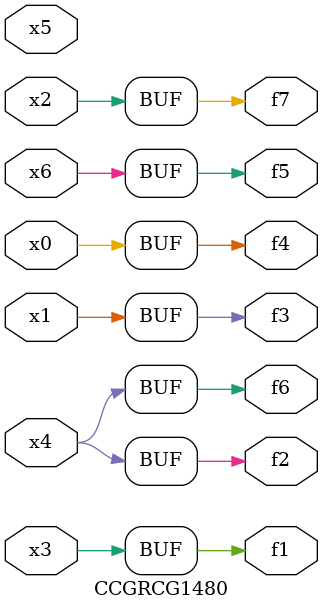
<source format=v>
module CCGRCG1480(
	input x0, x1, x2, x3, x4, x5, x6,
	output f1, f2, f3, f4, f5, f6, f7
);
	assign f1 = x3;
	assign f2 = x4;
	assign f3 = x1;
	assign f4 = x0;
	assign f5 = x6;
	assign f6 = x4;
	assign f7 = x2;
endmodule

</source>
